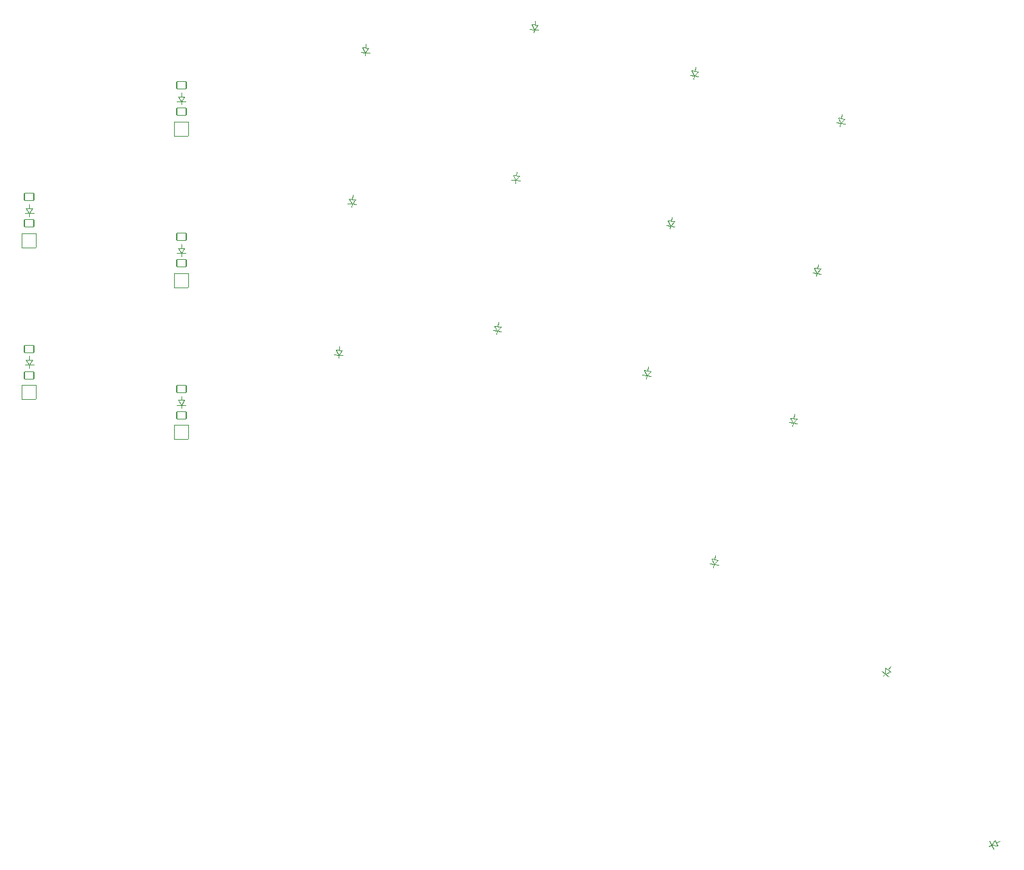
<source format=gbo>
%TF.GenerationSoftware,KiCad,Pcbnew,(6.0.7)*%
%TF.CreationDate,2022-08-30T19:44:11+01:00*%
%TF.ProjectId,cumulus,63756d75-6c75-4732-9e6b-696361645f70,v1.0.0*%
%TF.SameCoordinates,Original*%
%TF.FileFunction,Legend,Bot*%
%TF.FilePolarity,Positive*%
%FSLAX46Y46*%
G04 Gerber Fmt 4.6, Leading zero omitted, Abs format (unit mm)*
G04 Created by KiCad (PCBNEW (6.0.7)) date 2022-08-30 19:44:11*
%MOMM*%
%LPD*%
G01*
G04 APERTURE LIST*
G04 Aperture macros list*
%AMRoundRect*
0 Rectangle with rounded corners*
0 $1 Rounding radius*
0 $2 $3 $4 $5 $6 $7 $8 $9 X,Y pos of 4 corners*
0 Add a 4 corners polygon primitive as box body*
4,1,4,$2,$3,$4,$5,$6,$7,$8,$9,$2,$3,0*
0 Add four circle primitives for the rounded corners*
1,1,$1+$1,$2,$3*
1,1,$1+$1,$4,$5*
1,1,$1+$1,$6,$7*
1,1,$1+$1,$8,$9*
0 Add four rect primitives between the rounded corners*
20,1,$1+$1,$2,$3,$4,$5,0*
20,1,$1+$1,$4,$5,$6,$7,0*
20,1,$1+$1,$6,$7,$8,$9,0*
20,1,$1+$1,$8,$9,$2,$3,0*%
%AMHorizOval*
0 Thick line with rounded ends*
0 $1 width*
0 $2 $3 position (X,Y) of the first rounded end (center of the circle)*
0 $4 $5 position (X,Y) of the second rounded end (center of the circle)*
0 Add line between two ends*
20,1,$1,$2,$3,$4,$5,0*
0 Add two circle primitives to create the rounded ends*
1,1,$1,$2,$3*
1,1,$1,$4,$5*%
%AMRotRect*
0 Rectangle, with rotation*
0 The origin of the aperture is its center*
0 $1 length*
0 $2 width*
0 $3 Rotation angle, in degrees counterclockwise*
0 Add horizontal line*
21,1,$1,$2,0,0,$3*%
G04 Aperture macros list end*
%ADD10C,0.100000*%
%ADD11C,1.752600*%
%ADD12RotRect,1.752600X1.752600X261.000000*%
%ADD13C,2.300000*%
%ADD14RoundRect,0.050000X0.522217X-0.538320X0.663009X0.350599X-0.522217X0.538320X-0.663009X-0.350599X0*%
%ADD15RoundRect,0.050000X0.738985X-1.017125X1.017125X0.738985X-0.738985X1.017125X-1.017125X-0.738985X0*%
%ADD16C,2.005000*%
%ADD17RoundRect,0.050000X0.808136X-0.963099X0.963099X0.808136X-0.808136X0.963099X-0.963099X-0.808136X0*%
%ADD18RoundRect,0.050000X0.558497X-0.500581X0.636937X0.395994X-0.558497X0.500581X-0.636937X-0.395994X0*%
%ADD19C,2.386000*%
%ADD20C,4.087800*%
%ADD21C,1.801800*%
%ADD22RoundRect,0.050000X0.889000X-0.889000X0.889000X0.889000X-0.889000X0.889000X-0.889000X-0.889000X0*%
%ADD23RoundRect,0.050000X0.600000X-0.450000X0.600000X0.450000X-0.600000X0.450000X-0.600000X-0.450000X0*%
%ADD24C,1.600000*%
%ADD25HorizOval,1.700000X-0.296307X0.046930X0.296307X-0.046930X0*%
%ADD26RoundRect,0.050000X0.774032X-0.990715X0.990715X0.774032X-0.774032X0.990715X-0.990715X-0.774032X0*%
%ADD27RoundRect,0.050000X0.540686X-0.519767X0.650369X0.373524X-0.540686X0.519767X-0.650369X-0.373524X0*%
%ADD28RoundRect,0.050000X0.208365X-0.720475X0.749998X-0.001703X-0.208365X0.720475X-0.749998X0.001703X0*%
%ADD29RoundRect,0.050000X0.174973X-1.245001X1.245001X0.174973X-0.174973X1.245001X-1.245001X-0.174973X0*%
%ADD30C,1.852600*%
%ADD31RoundRect,0.050000X-0.728428X1.002595X-1.002595X-0.728428X0.728428X-1.002595X1.002595X0.728428X0*%
%ADD32RoundRect,0.050000X-0.154268X-0.733963X0.661409X-0.353606X0.154268X0.733963X-0.661409X0.353606X0*%
%ADD33RoundRect,0.050000X-0.430000X-1.181415X1.181415X-0.430000X0.430000X1.181415X-1.181415X0.430000X0*%
G04 APERTURE END LIST*
D10*
%TO.C,D15*%
X256989762Y-107867599D02*
X257052336Y-107472524D01*
X256751121Y-106817337D02*
X257541272Y-106942485D01*
X257146197Y-106879911D02*
X257224414Y-106386067D01*
X257052336Y-107472524D02*
X256751121Y-106817337D01*
X257052336Y-107472524D02*
X256509107Y-107386485D01*
X257052336Y-107472524D02*
X257595565Y-107558563D01*
X257541272Y-106942485D02*
X257052336Y-107472524D01*
%TO.C,D4*%
X194298742Y-136493242D02*
X194846650Y-136541178D01*
X194749514Y-135930388D02*
X194298742Y-136493242D01*
X193952558Y-135860663D02*
X194749514Y-135930388D01*
X194351036Y-135895525D02*
X194394614Y-135397428D01*
X194263880Y-136891720D02*
X194298742Y-136493242D01*
X194298742Y-136493242D02*
X193952558Y-135860663D01*
X194298742Y-136493242D02*
X193750835Y-136445306D01*
%TO.C,D11*%
X235877167Y-119710670D02*
X235955384Y-119216826D01*
X235783306Y-120303283D02*
X235482091Y-119648096D01*
X235482091Y-119648096D02*
X236272242Y-119773244D01*
X236272242Y-119773244D02*
X235783306Y-120303283D01*
X235720732Y-120698358D02*
X235783306Y-120303283D01*
X235783306Y-120303283D02*
X235240077Y-120217244D01*
X235783306Y-120303283D02*
X236326535Y-120389322D01*
%TO.C,D13*%
X251107826Y-145004681D02*
X250564597Y-144918642D01*
X251107826Y-145004681D02*
X251651055Y-145090720D01*
X251596762Y-144474642D02*
X251107826Y-145004681D01*
X250806611Y-144349494D02*
X251596762Y-144474642D01*
X251107826Y-145004681D02*
X250806611Y-144349494D01*
X251201687Y-144412068D02*
X251279904Y-143918224D01*
X251045252Y-145399756D02*
X251107826Y-145004681D01*
%TO.C,D5*%
X195954701Y-117565542D02*
X195608517Y-116932963D01*
X195919839Y-117964020D02*
X195954701Y-117565542D01*
X196405473Y-117002688D02*
X195954701Y-117565542D01*
X195608517Y-116932963D02*
X196405473Y-117002688D01*
X195954701Y-117565542D02*
X196502609Y-117613478D01*
X195954701Y-117565542D02*
X195406794Y-117517606D01*
X196006995Y-116967825D02*
X196050573Y-116469728D01*
%TO.C,D1*%
X174620000Y-142739000D02*
X175170000Y-142739000D01*
X174620000Y-142739000D02*
X174070000Y-142739000D01*
X174620000Y-143139000D02*
X174620000Y-142739000D01*
X174220000Y-142139000D02*
X175020000Y-142139000D01*
X174620000Y-142139000D02*
X174620000Y-141639000D01*
X174620000Y-142739000D02*
X174220000Y-142139000D01*
X175020000Y-142139000D02*
X174620000Y-142739000D01*
%TO.C,D6*%
X197610660Y-98637843D02*
X197062753Y-98589907D01*
X197264476Y-98005264D02*
X198061432Y-98074989D01*
X198061432Y-98074989D02*
X197610660Y-98637843D01*
X197610660Y-98637843D02*
X197264476Y-98005264D01*
X197662954Y-98040126D02*
X197706532Y-97542029D01*
X197610660Y-98637843D02*
X198158568Y-98685779D01*
X197575798Y-99036321D02*
X197610660Y-98637843D01*
%TO.C,D16*%
X241710689Y-162145680D02*
X241221753Y-162675719D01*
X241221753Y-162675719D02*
X241764982Y-162761758D01*
X241159179Y-163070794D02*
X241221753Y-162675719D01*
X241221753Y-162675719D02*
X240678524Y-162589680D01*
X241221753Y-162675719D02*
X240920538Y-162020532D01*
X240920538Y-162020532D02*
X241710689Y-162145680D01*
X241315614Y-162083106D02*
X241393831Y-161589262D01*
%TO.C,D10*%
X232811051Y-139069362D02*
X233354280Y-139155401D01*
X232811051Y-139069362D02*
X232267822Y-138983323D01*
X232811051Y-139069362D02*
X232509836Y-138414175D01*
X232509836Y-138414175D02*
X233299987Y-138539323D01*
X232748477Y-139464437D02*
X232811051Y-139069362D01*
X232904912Y-138476749D02*
X232983129Y-137982905D01*
X233299987Y-138539323D02*
X232811051Y-139069362D01*
%TO.C,D9*%
X218750927Y-95762805D02*
X218205026Y-95695777D01*
X218702179Y-96159824D02*
X218750927Y-95762805D01*
X219221067Y-95216025D02*
X218750927Y-95762805D01*
X218824048Y-95167277D02*
X218884983Y-94671004D01*
X218427030Y-95118530D02*
X219221067Y-95216025D01*
X218750927Y-95762805D02*
X219296827Y-95829833D01*
X218750927Y-95762805D02*
X218427030Y-95118530D01*
%TO.C,D2*%
X174220000Y-123139000D02*
X175020000Y-123139000D01*
X174620000Y-123739000D02*
X174220000Y-123139000D01*
X174620000Y-124139000D02*
X174620000Y-123739000D01*
X174620000Y-123739000D02*
X175170000Y-123739000D01*
X174620000Y-123739000D02*
X174070000Y-123739000D01*
X175020000Y-123139000D02*
X174620000Y-123739000D01*
X174620000Y-123139000D02*
X174620000Y-122639000D01*
%TO.C,D8*%
X216386662Y-115018201D02*
X216435410Y-114621182D01*
X216435410Y-114621182D02*
X216981310Y-114688210D01*
X216905550Y-114074402D02*
X216435410Y-114621182D01*
X216435410Y-114621182D02*
X216111513Y-113976907D01*
X216508531Y-114025654D02*
X216569466Y-113529381D01*
X216435410Y-114621182D02*
X215889509Y-114554154D01*
X216111513Y-113976907D02*
X216905550Y-114074402D01*
%TO.C,D20*%
X155620000Y-118739000D02*
X156170000Y-118739000D01*
X155620000Y-119139000D02*
X155620000Y-118739000D01*
X155620000Y-118139000D02*
X155620000Y-117639000D01*
X156020000Y-118139000D02*
X155620000Y-118739000D01*
X155220000Y-118139000D02*
X156020000Y-118139000D01*
X155620000Y-118739000D02*
X155220000Y-118139000D01*
X155620000Y-118739000D02*
X155070000Y-118739000D01*
%TO.C,D19*%
X155620000Y-137739000D02*
X156170000Y-137739000D01*
X155620000Y-138139000D02*
X155620000Y-137739000D01*
X156020000Y-137139000D02*
X155620000Y-137739000D01*
X155620000Y-137139000D02*
X155620000Y-136639000D01*
X155620000Y-137739000D02*
X155220000Y-137139000D01*
X155220000Y-137139000D02*
X156020000Y-137139000D01*
X155620000Y-137739000D02*
X155070000Y-137739000D01*
%TO.C,D3*%
X174620000Y-104139000D02*
X174620000Y-103639000D01*
X175020000Y-104139000D02*
X174620000Y-104739000D01*
X174220000Y-104139000D02*
X175020000Y-104139000D01*
X174620000Y-104739000D02*
X174070000Y-104739000D01*
X174620000Y-105139000D02*
X174620000Y-104739000D01*
X174620000Y-104739000D02*
X174220000Y-104139000D01*
X174620000Y-104739000D02*
X175170000Y-104739000D01*
%TO.C,D7*%
X214590032Y-132932778D02*
X214119892Y-133479558D01*
X214119892Y-133479558D02*
X213795995Y-132835283D01*
X214119892Y-133479558D02*
X213573991Y-133412530D01*
X214071144Y-133876577D02*
X214119892Y-133479558D01*
X213795995Y-132835283D02*
X214590032Y-132932778D01*
X214119892Y-133479558D02*
X214665792Y-133546586D01*
X214193013Y-132884030D02*
X214253948Y-132387757D01*
%TO.C,D14*%
X254080081Y-126238603D02*
X254623310Y-126324642D01*
X254080081Y-126238603D02*
X253778866Y-125583416D01*
X253778866Y-125583416D02*
X254569017Y-125708564D01*
X254080081Y-126238603D02*
X253536852Y-126152564D01*
X254017507Y-126633678D02*
X254080081Y-126238603D01*
X254569017Y-125708564D02*
X254080081Y-126238603D01*
X254173942Y-125645990D02*
X254252159Y-125152146D01*
%TO.C,D17*%
X262984153Y-175880106D02*
X263285060Y-175480788D01*
X262664699Y-175639380D02*
X263303607Y-176120832D01*
X262623064Y-176359287D02*
X262183814Y-176028289D01*
X262623064Y-176359287D02*
X263062313Y-176690286D01*
X262623064Y-176359287D02*
X262664699Y-175639380D01*
X263303607Y-176120832D02*
X262623064Y-176359287D01*
X262382338Y-176678742D02*
X262623064Y-176359287D01*
%TO.C,D18*%
X276485077Y-197549788D02*
X276938231Y-197338479D01*
X275941292Y-197803359D02*
X275708852Y-197304890D01*
X276316030Y-197187265D02*
X276654124Y-197912312D01*
X276654124Y-197912312D02*
X275941292Y-197803359D01*
X275941292Y-197803359D02*
X276173732Y-198301829D01*
X275941292Y-197803359D02*
X276316030Y-197187265D01*
X275578769Y-197972407D02*
X275941292Y-197803359D01*
%TO.C,D12*%
X238755561Y-101537204D02*
X238454346Y-100882017D01*
X238849422Y-100944591D02*
X238927639Y-100450747D01*
X238692987Y-101932279D02*
X238755561Y-101537204D01*
X238755561Y-101537204D02*
X238212332Y-101451165D01*
X239244497Y-101007165D02*
X238755561Y-101537204D01*
X238454346Y-100882017D02*
X239244497Y-101007165D01*
X238755561Y-101537204D02*
X239298790Y-101623243D01*
%TD*%
D11*
%TO.C,MCU1*%
X254630754Y-148073614D03*
X255028098Y-145564886D03*
X255425441Y-143056158D03*
X255822785Y-140547429D03*
X256220129Y-138038701D03*
X256617472Y-135529973D03*
X257014816Y-133021244D03*
X257412159Y-130512516D03*
X257809503Y-128003787D03*
X258206846Y-125495059D03*
X258604190Y-122986331D03*
X259001533Y-120477602D03*
X269683125Y-150457676D03*
X270080468Y-147948947D03*
X270477812Y-145440219D03*
X270875155Y-142931491D03*
X271272499Y-140422762D03*
X271669842Y-137914034D03*
X272067186Y-135405305D03*
X272464529Y-132896577D03*
X272861873Y-130387849D03*
X273259217Y-127879120D03*
X273656560Y-125370392D03*
D12*
X274053904Y-122861664D03*
%TD*%
%LPC*%
D13*
%TO.C,REF\u002A\u002A*%
X199669400Y-87884000D03*
%TD*%
%TO.C,REF\u002A\u002A*%
X231952800Y-148564600D03*
%TD*%
%TO.C,REF\u002A\u002A*%
X242722400Y-94234000D03*
%TD*%
%TO.C,REF\u002A\u002A*%
X155803600Y-107416600D03*
%TD*%
%TO.C,REF\u002A\u002A*%
X156616400Y-146710400D03*
%TD*%
%TO.C,REF\u002A\u002A*%
X196773800Y-126517400D03*
%TD*%
%TO.C,REF\u002A\u002A*%
X265226800Y-180543200D03*
%TD*%
%TO.C,REF\u002A\u002A*%
X247599200Y-159740600D03*
%TD*%
D14*
%TO.C,D15*%
X257365205Y-105497147D03*
D15*
X256511073Y-110889926D03*
D16*
X257703103Y-103363740D03*
D14*
X256848971Y-108756519D03*
%TD*%
D17*
%TO.C,D4*%
X193997184Y-139940076D03*
D18*
X194473054Y-134500853D03*
D16*
X194661310Y-132349072D03*
D18*
X194185440Y-137788295D03*
%TD*%
D19*
%TO.C,S9*%
X215192497Y-92414181D03*
X207629295Y-91485537D03*
X214241511Y-89738340D03*
X209199377Y-89119243D03*
D20*
X211101348Y-94470926D03*
D21*
X216143482Y-95090022D03*
X206059214Y-93851830D03*
%TD*%
D14*
%TO.C,D11*%
X236096175Y-118327906D03*
D15*
X235242043Y-123720685D03*
D16*
X236434073Y-116194499D03*
D14*
X235579941Y-121587278D03*
%TD*%
%TO.C,D13*%
X251420695Y-143029304D03*
D15*
X250566563Y-148422083D03*
D16*
X251758593Y-140895897D03*
D14*
X250904461Y-146288676D03*
%TD*%
D19*
%TO.C,S5*%
X184690571Y-113679019D03*
X192281574Y-114343146D03*
X186177114Y-111259372D03*
X191237783Y-111702124D03*
D20*
X188264697Y-116541417D03*
D21*
X183204028Y-116098666D03*
X193325366Y-116984168D03*
%TD*%
D19*
%TO.C,S14*%
X250640685Y-122767832D03*
X243114500Y-121575801D03*
X249783664Y-120060432D03*
X244766208Y-119265745D03*
D21*
X251497706Y-125475232D03*
D20*
X246480249Y-124680545D03*
D21*
X241462792Y-123885858D03*
%TD*%
D17*
%TO.C,D5*%
X195653143Y-121012376D03*
D18*
X196129013Y-115573153D03*
X195841399Y-118860595D03*
D16*
X196317269Y-113421372D03*
%TD*%
D22*
%TO.C,D1*%
X174620000Y-146199000D03*
D23*
X174620000Y-140739000D03*
X174620000Y-144039000D03*
D16*
X174620000Y-138579000D03*
%TD*%
D19*
%TO.C,S3*%
X170680000Y-101849000D03*
X163060000Y-101849000D03*
X169410000Y-99309000D03*
X164330000Y-99309000D03*
D20*
X166870000Y-104389000D03*
D21*
X171950000Y-104389000D03*
X161790000Y-104389000D03*
%TD*%
D19*
%TO.C,S19*%
X144060000Y-134849000D03*
X151680000Y-134849000D03*
X145330000Y-132309000D03*
X150410000Y-132309000D03*
D20*
X147870000Y-137389000D03*
D21*
X152950000Y-137389000D03*
X142790000Y-137389000D03*
%TD*%
D24*
%TO.C,REF\u002A\u002A*%
X263524177Y-154127119D03*
X270437995Y-155222161D03*
D25*
X261217217Y-151433063D03*
X260497619Y-155976430D03*
X261584076Y-156148507D03*
X262303674Y-151605141D03*
X265534829Y-156774245D03*
X266254428Y-152230879D03*
X269217493Y-152700182D03*
X268497894Y-157243549D03*
%TD*%
D19*
%TO.C,S8*%
X205313778Y-110343914D03*
X212876980Y-111272558D03*
X206883860Y-107977620D03*
X211925994Y-108596717D03*
D21*
X213827965Y-113948399D03*
D20*
X208785831Y-113329303D03*
D21*
X203743697Y-112710207D03*
%TD*%
D19*
%TO.C,S16*%
X237782357Y-159204948D03*
X230256172Y-158012917D03*
X236925336Y-156497548D03*
X231907880Y-155702861D03*
D20*
X233621921Y-161117661D03*
D21*
X228604464Y-160322974D03*
X238639378Y-161912348D03*
%TD*%
D18*
%TO.C,D6*%
X197784972Y-96645454D03*
D17*
X197309102Y-102084677D03*
D16*
X197973228Y-94493673D03*
D18*
X197497358Y-99932896D03*
%TD*%
D19*
%TO.C,S7*%
X202998260Y-129202291D03*
X210561462Y-130130935D03*
X209610476Y-127455094D03*
X204568342Y-126835997D03*
D20*
X206470313Y-132187680D03*
D21*
X201428179Y-131568584D03*
X211512447Y-132806776D03*
%TD*%
D19*
%TO.C,S15*%
X253612940Y-104001753D03*
X246086755Y-102809722D03*
X247738463Y-100499666D03*
X252755919Y-101294353D03*
D20*
X249452504Y-105914466D03*
D21*
X244435047Y-105119779D03*
X254469961Y-106709153D03*
%TD*%
D15*
%TO.C,D16*%
X240680490Y-166093121D03*
D14*
X241534622Y-160700342D03*
D16*
X241872520Y-158566935D03*
D14*
X241018388Y-163959714D03*
%TD*%
D19*
%TO.C,S17*%
X255130083Y-167094250D03*
X261215685Y-171680080D03*
X257672960Y-165830020D03*
X261730029Y-168887241D03*
D21*
X260701342Y-174472919D03*
D20*
X256644274Y-171415699D03*
D21*
X252587206Y-168358479D03*
%TD*%
D15*
%TO.C,D10*%
X232269788Y-142486764D03*
D14*
X233123920Y-137093985D03*
X232607686Y-140353357D03*
D16*
X233461818Y-134960578D03*
%TD*%
D26*
%TO.C,D9*%
X218329259Y-99197015D03*
D27*
X218994665Y-93777713D03*
X218592497Y-97053115D03*
D16*
X219257903Y-91633813D03*
%TD*%
D19*
%TO.C,S11*%
X232343910Y-116832512D03*
X224817725Y-115640481D03*
X226469433Y-113330425D03*
X231486889Y-114125112D03*
D21*
X223166017Y-117950538D03*
D20*
X228183474Y-118745225D03*
D21*
X233200931Y-119539912D03*
%TD*%
D19*
%TO.C,S18*%
X273675055Y-186105075D03*
X276895406Y-193011140D03*
X278660703Y-190786679D03*
X276513802Y-186182635D03*
D20*
X272983209Y-190631558D03*
D21*
X270836308Y-186027514D03*
X275130110Y-195235602D03*
%TD*%
D19*
%TO.C,S10*%
X221845470Y-134406559D03*
X229371655Y-135598590D03*
X228514634Y-132891190D03*
X223497178Y-132096503D03*
D21*
X220193762Y-136716616D03*
X230228676Y-138305990D03*
D20*
X225211219Y-137511303D03*
%TD*%
D23*
%TO.C,D2*%
X174620000Y-121739000D03*
D22*
X174620000Y-127199000D03*
D16*
X174620000Y-119579000D03*
D23*
X174620000Y-125039000D03*
%TD*%
D26*
%TO.C,D8*%
X216013742Y-118055392D03*
D27*
X216679148Y-112636090D03*
X216276980Y-115911492D03*
D16*
X216942386Y-110492190D03*
%TD*%
D23*
%TO.C,D20*%
X155620000Y-116739000D03*
D22*
X155620000Y-122199000D03*
D23*
X155620000Y-120039000D03*
D16*
X155620000Y-114579000D03*
%TD*%
D23*
%TO.C,D19*%
X155620000Y-135739000D03*
D22*
X155620000Y-141199000D03*
D23*
X155620000Y-139039000D03*
D16*
X155620000Y-133579000D03*
%TD*%
D22*
%TO.C,D3*%
X174620000Y-108199000D03*
D23*
X174620000Y-102739000D03*
X174620000Y-106039000D03*
D16*
X174620000Y-100579000D03*
%TD*%
D19*
%TO.C,S20*%
X144060000Y-115849000D03*
X151680000Y-115849000D03*
X145330000Y-113309000D03*
X150410000Y-113309000D03*
D21*
X152950000Y-118389000D03*
X142790000Y-118389000D03*
D20*
X147870000Y-118389000D03*
%TD*%
D27*
%TO.C,D7*%
X214363630Y-131494466D03*
D26*
X213698224Y-136913768D03*
D27*
X213961462Y-134769868D03*
D16*
X214626868Y-129350566D03*
%TD*%
D15*
%TO.C,D14*%
X253538818Y-129656005D03*
D14*
X254392950Y-124263226D03*
X253876716Y-127522598D03*
D16*
X254730848Y-122129819D03*
%TD*%
D28*
%TO.C,D17*%
X263826694Y-174762016D03*
D29*
X260540784Y-179122566D03*
D28*
X261840704Y-177397514D03*
D16*
X265126614Y-173036964D03*
%TD*%
D30*
%TO.C,MCU1*%
X254630754Y-148073614D03*
X255028098Y-145564886D03*
X255425441Y-143056158D03*
X255822785Y-140547429D03*
X256220129Y-138038701D03*
X256617472Y-135529973D03*
X257014816Y-133021244D03*
X257412159Y-130512516D03*
X257809503Y-128003787D03*
X258206846Y-125495059D03*
X258604190Y-122986331D03*
X259001533Y-120477602D03*
X269683125Y-150457676D03*
X270080468Y-147948947D03*
X270477812Y-145440219D03*
X270875155Y-142931491D03*
X271272499Y-140422762D03*
X271669842Y-137914034D03*
X272067186Y-135405305D03*
X272464529Y-132896577D03*
X272861873Y-130387849D03*
X273259217Y-127879120D03*
X273656560Y-125370392D03*
D31*
X274053904Y-122861664D03*
%TD*%
D19*
%TO.C,S6*%
X193937533Y-95415447D03*
X186346530Y-94751320D03*
X187833073Y-92331673D03*
X192893742Y-92774425D03*
D21*
X194981325Y-98056469D03*
D20*
X189920656Y-97613718D03*
D21*
X184859987Y-97170967D03*
%TD*%
D19*
%TO.C,S2*%
X163060000Y-120849000D03*
X170680000Y-120849000D03*
X164330000Y-118309000D03*
X169410000Y-118309000D03*
D20*
X166870000Y-123389000D03*
D21*
X161790000Y-123389000D03*
X171950000Y-123389000D03*
%TD*%
D19*
%TO.C,S12*%
X227789979Y-96874402D03*
X235316164Y-98066433D03*
X234459143Y-95359033D03*
X229441687Y-94564346D03*
D20*
X231155728Y-99979146D03*
D21*
X236173185Y-100773833D03*
X226138271Y-99184459D03*
%TD*%
D32*
%TO.C,D18*%
X277753908Y-196958123D03*
D33*
X272805467Y-199265619D03*
D32*
X274763092Y-198352763D03*
D16*
X279711533Y-196045267D03*
%TD*%
D19*
%TO.C,S4*%
X183034612Y-132606719D03*
X190625615Y-133270846D03*
X189581824Y-130629824D03*
X184521155Y-130187072D03*
D20*
X186608738Y-135469117D03*
D21*
X181548069Y-135026366D03*
X191669407Y-135911868D03*
%TD*%
D15*
%TO.C,D12*%
X238214298Y-104954606D03*
D14*
X239068430Y-99561827D03*
X238552196Y-102821199D03*
D16*
X239406328Y-97428420D03*
%TD*%
D19*
%TO.C,S1*%
X170680000Y-139849000D03*
X163060000Y-139849000D03*
X169410000Y-137309000D03*
X164330000Y-137309000D03*
D21*
X171950000Y-142389000D03*
X161790000Y-142389000D03*
D20*
X166870000Y-142389000D03*
%TD*%
D19*
%TO.C,S13*%
X240142245Y-140341879D03*
X247668430Y-141533910D03*
X241793953Y-138031823D03*
X246811409Y-138826510D03*
D20*
X243507994Y-143446623D03*
D21*
X238490537Y-142651936D03*
X248525451Y-144241310D03*
%TD*%
M02*

</source>
